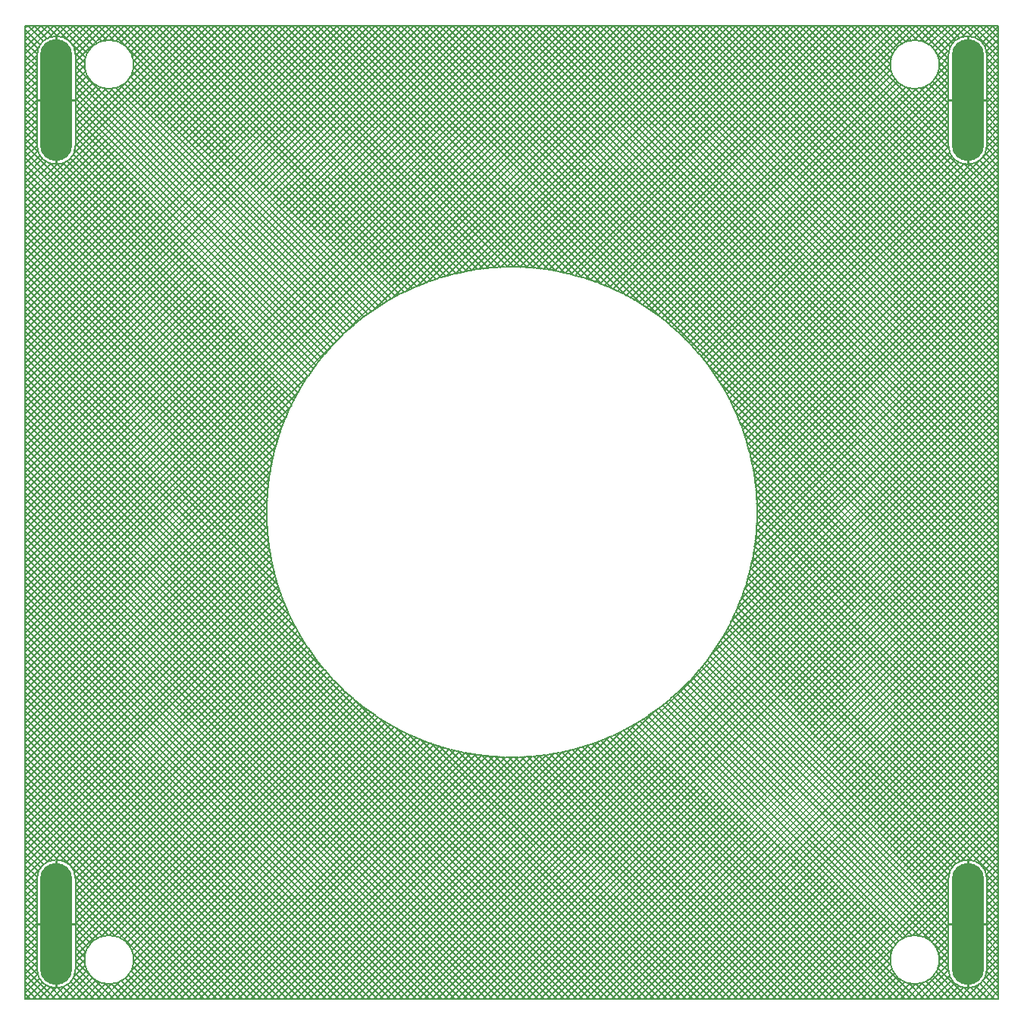
<source format=gtl>
G04*
G04 #@! TF.GenerationSoftware,Altium Limited,Altium Designer,25.7.1 (20)*
G04*
G04 Layer_Physical_Order=1*
G04 Layer_Color=255*
%FSLAX44Y44*%
%MOMM*%
G71*
G04*
G04 #@! TF.SameCoordinates,A8FB585E-9788-47CE-A5C5-86C31FD2FAB8*
G04*
G04*
G04 #@! TF.FilePolarity,Positive*
G04*
G01*
G75*
%ADD12C,0.2032*%
%ADD13C,0.2540*%
%ADD14O,3.6000X13.6000*%
D12*
X530556Y510000D02*
G03*
X487444Y510000I-21556J0D01*
G01*
Y410000D02*
G03*
X530556Y410000I21556J0D01*
G01*
X477286Y500000D02*
G03*
X477286Y500000I-27286J0D01*
G01*
X530556Y-410000D02*
G03*
X487444Y-410000I-21556J0D01*
G01*
Y-510000D02*
G03*
X530556Y-510000I21556J0D01*
G01*
X477286Y-500000D02*
G03*
X477286Y-500000I-27286J0D01*
G01*
X-422714Y500000D02*
G03*
X-422714Y500000I-27286J0D01*
G01*
X-487444Y510000D02*
G03*
X-530556Y510000I-21556J0D01*
G01*
Y410000D02*
G03*
X-487444Y410000I21556J0D01*
G01*
Y-410000D02*
G03*
X-530556Y-410000I-21556J0D01*
G01*
X-422714Y-500000D02*
G03*
X-422714Y-500000I-27286J0D01*
G01*
X-530556Y-510000D02*
G03*
X-487444Y-510000I21556J0D01*
G01*
X515283Y543607D02*
X543607Y515283D01*
X522467Y543607D02*
X543607Y522467D01*
X508099Y543607D02*
X543607Y508099D01*
X342862Y543607D02*
X543607Y342862D01*
X335678Y543607D02*
X543607Y335678D01*
X528078Y520035D02*
X543607Y535564D01*
X525144Y524285D02*
X543607Y542748D01*
X328494Y543607D02*
X543607Y328494D01*
X321309Y543607D02*
X543607Y321309D01*
X314125Y543607D02*
X543607Y314125D01*
X510788Y531482D02*
X522913Y543607D01*
X500915D02*
X513425Y531097D01*
X502753Y530631D02*
X515729Y543607D01*
X493731D02*
X505993Y531345D01*
X475259Y510321D02*
X508545Y543607D01*
X529652D02*
X543607Y529652D01*
X536836Y543607D02*
X543607Y536836D01*
X525144Y524285D02*
X543607Y542748D01*
X516645Y530155D02*
X530098Y543607D01*
X521345Y527671D02*
X537282Y543607D01*
X235099D02*
X543607Y235099D01*
X242283Y543607D02*
X543607Y242283D01*
X227915Y543607D02*
X543607Y227915D01*
X220730Y543607D02*
X543607Y220730D01*
X213546Y543607D02*
X543607Y213546D01*
X199178Y543607D02*
X543607Y199178D01*
X206362Y543607D02*
X543607Y206362D01*
X191994Y543607D02*
X543607Y191994D01*
X184809Y543607D02*
X543607Y184809D01*
X177625Y543607D02*
X543607Y177625D01*
X299757Y543607D02*
X543607Y299757D01*
X306941Y543607D02*
X543607Y306941D01*
X292573Y543607D02*
X543607Y292572D01*
X285388Y543607D02*
X543607Y285388D01*
X278204Y543607D02*
X543607Y278204D01*
X271020Y543607D02*
X543607Y271020D01*
X263836Y543607D02*
X543607Y263836D01*
X256651Y543607D02*
X543607Y256651D01*
X249467Y543607D02*
X543607Y249467D01*
X91415Y543607D02*
X543607Y91415D01*
X98599Y543607D02*
X543607Y98599D01*
X84230Y543607D02*
X543607Y84230D01*
X77046Y543607D02*
X543607Y77046D01*
X69862Y543607D02*
X543607Y69862D01*
X55494Y543607D02*
X543607Y55493D01*
X62678Y543607D02*
X543607Y62678D01*
X48309Y543607D02*
X543607Y48309D01*
X41125Y543607D02*
X543607Y41125D01*
X33941Y543607D02*
X543607Y33941D01*
X163257Y543607D02*
X543607Y163257D01*
X170441Y543607D02*
X543607Y170441D01*
X156073Y543607D02*
X543607Y156073D01*
X148888Y543607D02*
X543607Y148888D01*
X141704Y543607D02*
X543607Y141704D01*
X127336Y543607D02*
X543607Y127336D01*
X134520Y543607D02*
X543607Y134520D01*
X120152Y543607D02*
X543607Y120151D01*
X112967Y543607D02*
X543607Y112967D01*
X105783Y543607D02*
X543607Y105783D01*
X-45085Y543607D02*
X543607Y-45086D01*
X-37901Y543607D02*
X543607Y-37901D01*
X-52270Y543607D02*
X543607Y-52270D01*
X-59454Y543607D02*
X543607Y-59454D01*
X-66638Y543607D02*
X543607Y-66638D01*
X-81006Y543607D02*
X543607Y-81006D01*
X-73822Y543607D02*
X543607Y-73822D01*
X-88191Y543607D02*
X543607Y-88191D01*
X-95375Y543607D02*
X543607Y-95375D01*
X-102559Y543607D02*
X543607Y-102559D01*
X19572Y543607D02*
X543607Y19572D01*
X26757Y543607D02*
X543607Y26757D01*
X12388Y543607D02*
X543607Y12388D01*
X5204Y543607D02*
X543607Y5204D01*
X-1980Y543607D02*
X543607Y-1980D01*
X-9164Y543607D02*
X543607Y-9164D01*
X-16349Y543607D02*
X543607Y-16349D01*
X-23533Y543607D02*
X543607Y-23533D01*
X-30717Y543607D02*
X543607Y-30717D01*
X530556Y478045D02*
X543607Y464994D01*
X530556Y465039D02*
X543607Y478091D01*
X530556Y457855D02*
X543607Y470906D01*
X530556Y472224D02*
X543607Y485275D01*
X530556Y485229D02*
X543607Y472178D01*
X530556Y443487D02*
X543607Y456538D01*
X530556Y463676D02*
X543607Y450625D01*
X530556Y456492D02*
X543607Y443441D01*
X530556Y470861D02*
X543607Y457809D01*
X530556Y450671D02*
X543607Y463722D01*
X530556Y500960D02*
X543607Y514012D01*
X530556Y508145D02*
X543607Y521196D01*
X530556Y493776D02*
X543607Y506828D01*
X530017Y514790D02*
X543607Y528380D01*
X530097Y514425D02*
X543607Y500915D01*
X530556Y479408D02*
X543607Y492459D01*
X530556Y499598D02*
X543607Y486546D01*
X530556Y492413D02*
X543607Y479362D01*
X530556Y506782D02*
X543607Y493731D01*
X530556Y486592D02*
X543607Y499643D01*
X530556Y420571D02*
X543607Y407520D01*
X530556Y427756D02*
X543607Y414704D01*
X530556Y413387D02*
X543607Y400336D01*
X530400Y407409D02*
X543607Y420617D01*
X530268Y406490D02*
X543607Y393152D01*
X525843Y396547D02*
X543607Y378783D01*
X528583Y400991D02*
X543607Y385967D01*
X522227Y392979D02*
X543607Y371599D01*
X517731Y390291D02*
X543607Y364415D01*
X512161Y388677D02*
X543607Y357230D01*
X530556Y449308D02*
X543607Y436257D01*
X530556Y436302D02*
X543607Y449354D01*
X530556Y429118D02*
X543607Y442169D01*
X530556Y410000D02*
Y510000D01*
Y434940D02*
X543607Y421888D01*
X530556Y414750D02*
X543607Y427801D01*
X530556Y442124D02*
X543607Y429073D01*
X530556Y421934D02*
X543607Y434985D01*
X504795Y388858D02*
X543607Y350046D01*
X259672Y86392D02*
X543607Y370327D01*
X261436Y80972D02*
X543607Y363143D01*
X255948Y97036D02*
X543607Y384696D01*
X257810Y91714D02*
X543607Y377512D01*
X267390Y58189D02*
X543607Y334406D01*
X266055Y64038D02*
X543607Y341591D01*
X268672Y52287D02*
X543607Y327222D01*
X263043Y75394D02*
X543607Y355959D01*
X264649Y69817D02*
X543607Y348775D01*
X247304Y117129D02*
X543607Y413433D01*
X251766Y107223D02*
X543607Y399064D01*
X253870Y102143D02*
X543607Y391880D01*
X244969Y121979D02*
X511591Y388600D01*
X249639Y112280D02*
X543607Y406249D01*
X272795Y-22617D02*
X543607Y248196D01*
X273222Y-15005D02*
X543607Y255380D01*
X271908Y-30688D02*
X543607Y241012D01*
X270960Y-38820D02*
X543607Y233827D01*
X269489Y-47475D02*
X543607Y226643D01*
X265688Y-65645D02*
X543607Y212275D01*
X267813Y-56336D02*
X543607Y219459D01*
X263010Y-75507D02*
X543607Y205091D01*
X259868Y-85833D02*
X543607Y197906D01*
X256001Y-96884D02*
X543607Y190722D01*
X272303Y27181D02*
X543607Y298485D01*
X271575Y33637D02*
X543607Y305669D01*
X272908Y20602D02*
X543607Y291301D01*
X269715Y46146D02*
X543607Y320038D01*
X270758Y40005D02*
X543607Y312854D01*
X273634Y-225D02*
X543607Y269748D01*
X273634Y-7409D02*
X543607Y262564D01*
X273290Y13800D02*
X543607Y284117D01*
X273634Y6959D02*
X543607Y276933D01*
X465701Y522316D02*
X486992Y543607D01*
X461119Y524918D02*
X479808Y543607D01*
X464994D02*
X489472Y519129D01*
X455700Y526684D02*
X472624Y543607D01*
X457809D02*
X487757Y513660D01*
X486546Y543607D02*
X500391Y529762D01*
X479362Y543607D02*
X495872Y527097D01*
X472777Y515024D02*
X501361Y543607D01*
X472178D02*
X492235Y523550D01*
X469577Y519007D02*
X494177Y543607D01*
X421888D02*
X440078Y525418D01*
X414704Y543607D02*
X435314Y522997D01*
X407520Y543607D02*
X431278Y519850D01*
X400336Y543607D02*
X427917Y516026D01*
X393152Y543607D02*
X425257Y511502D01*
X449104Y527271D02*
X465440Y543607D01*
X440059Y525410D02*
X458256Y543607D01*
X443441D02*
X463128Y523920D01*
X436257Y543607D02*
X452713Y527151D01*
X429073Y543607D02*
X445730Y526950D01*
X476870Y504748D02*
X488369Y516247D01*
X364415Y543607D02*
X487444Y420578D01*
Y410000D02*
Y510000D01*
X357230Y543607D02*
X487444Y413394D01*
X350046Y543607D02*
X487858Y405796D01*
X477151Y502713D02*
X487444Y492420D01*
X477205Y497899D02*
X487444Y508138D01*
X476950Y495730D02*
X487444Y485236D01*
X474520Y488030D02*
X487444Y500954D01*
X190326Y196651D02*
X487444Y493769D01*
X450625Y543607D02*
X487444Y506788D01*
X385967Y543607D02*
X423418Y506157D01*
X378783Y543607D02*
X422716Y499674D01*
X371599Y543607D02*
X424260Y490946D01*
X473920Y513128D02*
X487444Y499604D01*
X154739Y225723D02*
X423316Y494300D01*
X146048Y231400D02*
X424590Y509941D01*
X150460Y228627D02*
X422729Y500896D01*
X35181Y271401D02*
X307387Y543607D01*
X28724Y272129D02*
X300203Y543607D01*
X41473Y270509D02*
X314571Y543607D01*
X15426Y273199D02*
X285834Y543607D01*
X22228Y272817D02*
X293019Y543607D01*
X65436Y265735D02*
X343308Y543607D01*
X59587Y267071D02*
X336124Y543607D01*
X71150Y264265D02*
X350492Y543607D01*
X47614Y269466D02*
X321755Y543607D01*
X53738Y268405D02*
X328940Y543607D01*
X-28753Y272126D02*
X242729Y543607D01*
X-36849Y271213D02*
X235545Y543607D01*
X-45406Y269841D02*
X228361Y543607D01*
X-54110Y268321D02*
X221176Y543607D01*
X-63419Y266196D02*
X213992Y543607D01*
X1493Y273634D02*
X271466Y543607D01*
X-5692Y273634D02*
X264282Y543607D01*
X8624Y273581D02*
X278650Y543607D01*
X-13185Y273325D02*
X257098Y543607D01*
X-20797Y272897D02*
X249913Y543607D01*
X113440Y249081D02*
X407966Y543607D01*
X108437Y251263D02*
X400782Y543607D01*
X118289Y246746D02*
X415150Y543607D01*
X98277Y255471D02*
X386413Y543607D01*
X103357Y253367D02*
X393598Y543607D01*
X137133Y236854D02*
X443887Y543607D01*
X132506Y239411D02*
X436703Y543607D01*
X141636Y234172D02*
X451071Y543607D01*
X123138Y244411D02*
X422335Y543607D01*
X127879Y241968D02*
X429519Y543607D01*
X-73094Y263705D02*
X206808Y543607D01*
X-83215Y260768D02*
X199624Y543607D01*
X-94242Y256925D02*
X192440Y543607D01*
X-106135Y252216D02*
X185256Y543607D01*
X-119256Y246280D02*
X178071Y543607D01*
X87665Y259227D02*
X372045Y543607D01*
X92987Y257365D02*
X379229Y543607D01*
X76728Y262658D02*
X357677Y543607D01*
X82305Y261052D02*
X364861Y543607D01*
X220472Y162139D02*
X487444Y429112D01*
X217405Y166257D02*
X487444Y436296D01*
X223454Y157937D02*
X487444Y421927D01*
X211031Y174251D02*
X487444Y450664D01*
X214218Y170254D02*
X487444Y443480D01*
X234835Y140581D02*
X491570Y397317D01*
X232062Y144993D02*
X489008Y401939D01*
X237465Y136027D02*
X495025Y393588D01*
X226436Y153735D02*
X487444Y414743D01*
X229290Y149405D02*
X487569Y407684D01*
X472997Y485314D02*
X487444Y470868D01*
X475418Y490078D02*
X487444Y478052D01*
X469850Y481278D02*
X487444Y463683D01*
X466026Y477917D02*
X487444Y456499D01*
X461502Y475257D02*
X487444Y449315D01*
X449674Y472716D02*
X487444Y434946D01*
X456157Y473418D02*
X487444Y442131D01*
X440946Y474260D02*
X487444Y427762D01*
X218822Y164465D02*
X227508Y152223D01*
X227699Y151937D02*
X235686Y139227D01*
X271073Y38095D02*
X272754Y23179D01*
X268510Y53235D02*
X271025Y38436D01*
X272782Y22836D02*
X273624Y7849D01*
X240022Y131400D02*
X499348Y390726D01*
X242579Y126773D02*
X504686Y388880D01*
X273634Y-7505D02*
Y-0D01*
Y7505D01*
X272782Y-22836D02*
X273624Y-7849D01*
X271073Y-38095D02*
X272754Y-23179D01*
X268510Y-53235D02*
X271025Y-38436D01*
X255800Y97460D02*
X260757Y83291D01*
X249932Y111649D02*
X255677Y97781D01*
X260862Y82963D02*
X265017Y68540D01*
X235860Y138931D02*
X243121Y125793D01*
X243279Y125487D02*
X249792Y111963D01*
X265103Y68206D02*
X268443Y53572D01*
X265103Y-68206D02*
X268443Y-53572D01*
X260862Y-82964D02*
X265017Y-68540D01*
X255800Y-97460D02*
X260757Y-83291D01*
X68540Y265017D02*
X82963Y260862D01*
X53572Y268443D02*
X68206Y265103D01*
X158942Y222741D02*
X425082Y488881D01*
X23179Y272754D02*
X38095Y271073D01*
X38436Y271025D02*
X53235Y268510D01*
X125793Y243121D02*
X138931Y235860D01*
X111963Y249792D02*
X125487Y243279D01*
X139227Y235686D02*
X151937Y227699D01*
X83291Y260757D02*
X97460Y255800D01*
X97781Y255677D02*
X111649Y249932D01*
X-7505Y273634D02*
X7505D01*
X-22836Y272782D02*
X-7849Y273624D01*
X7849D02*
X22836Y272782D01*
X-38095Y271073D02*
X-23179Y272754D01*
X-53235Y268510D02*
X-38436Y271025D01*
X-68206Y265103D02*
X-53572Y268443D01*
X-82964Y260862D02*
X-68540Y265017D01*
X-97460Y255800D02*
X-83291Y260757D01*
X-111649Y249932D02*
X-97781Y255677D01*
X193918Y193059D02*
X487444Y486585D01*
X193918Y193059D02*
X487444Y486585D01*
X197510Y189467D02*
X487444Y479401D01*
X175206Y210268D02*
X439679Y474741D01*
X186659Y200169D02*
X461970Y475480D01*
X204370Y181958D02*
X487444Y465033D01*
X200979Y185752D02*
X487444Y472217D01*
X207760Y178164D02*
X487444Y457848D01*
X179071Y206949D02*
X445252Y473130D01*
X182865Y203559D02*
X452101Y472795D01*
X171209Y213456D02*
X434976Y477223D01*
X167213Y216643D02*
X430993Y480423D01*
X164740Y218615D02*
X176476Y209256D01*
X163144Y219759D02*
X427684Y484299D01*
X152223Y227508D02*
X164465Y218822D01*
X199032Y187931D02*
X209034Y176739D01*
X209256Y176476D02*
X218615Y164740D01*
X176739Y209034D02*
X187931Y199032D01*
X188181Y198795D02*
X198795Y188181D01*
X271660Y32889D02*
X543607Y-239059D01*
X270560Y41172D02*
X543607Y-231875D01*
X272572Y24792D02*
X543607Y-246243D01*
X267235Y58866D02*
X543607Y-217507D01*
X269090Y49827D02*
X543607Y-224691D01*
X273634Y2177D02*
X543607Y-267796D01*
X273534Y9462D02*
X543607Y-260612D01*
X273634Y-5007D02*
X543607Y-274980D01*
X273106Y17074D02*
X543607Y-253428D01*
X273394Y-11951D02*
X543607Y-282164D01*
X244684Y-122569D02*
X543607Y176354D01*
X251002Y-109067D02*
X543607Y183538D01*
X242761Y126446D02*
X543607Y-174401D01*
X236297Y-138141D02*
X543607Y169170D01*
X233187Y143203D02*
X543607Y-167217D01*
X262220Y78249D02*
X543607Y-203138D01*
X258817Y88836D02*
X543607Y-195954D01*
X265110Y68175D02*
X543607Y-210322D01*
X249544Y112478D02*
X543607Y-181586D01*
X254701Y100136D02*
X543607Y-188770D01*
X261872Y-79456D02*
X543607Y-361191D01*
X263479Y-73878D02*
X543607Y-354007D01*
X543607Y543607D02*
X543607Y-543607D01*
X260178Y-84946D02*
X543607Y-368375D01*
X258316Y-90268D02*
X543607Y-375559D01*
X254442Y-100762D02*
X543607Y-389928D01*
X256454Y-95590D02*
X543607Y-382743D01*
X252338Y-105842D02*
X543607Y-397112D01*
X250234Y-110922D02*
X543607Y-404296D01*
X247939Y-115812D02*
X543607Y-411480D01*
X272500Y-25426D02*
X543607Y-296533D01*
X273012Y-18753D02*
X543607Y-289349D01*
X271773Y-31883D02*
X543607Y-303717D01*
X271021Y-38315D02*
X543607Y-310901D01*
X269998Y-44477D02*
X543607Y-318085D01*
X268955Y-50618D02*
X543607Y-325270D01*
X267752Y-56599D02*
X543607Y-332454D01*
X266417Y-62448D02*
X543607Y-339638D01*
X265069Y-68284D02*
X543607Y-346822D01*
X217751Y165824D02*
X543607Y-160033D01*
X-109743Y543607D02*
X543607Y-109743D01*
X-47038Y-543607D02*
X543607Y47038D01*
X-116927Y543607D02*
X543607Y-116928D01*
X-124112Y543607D02*
X543607Y-124112D01*
X-18301Y-543607D02*
X543607Y18301D01*
X-25485Y-543607D02*
X543607Y25485D01*
X-11117Y-543607D02*
X543607Y11117D01*
X-39854Y-543607D02*
X543607Y39854D01*
X-32669Y-543607D02*
X543607Y32669D01*
X-97327Y-543607D02*
X543607Y97327D01*
X222889Y-158733D02*
X543607Y161985D01*
X-90143Y-543607D02*
X543607Y90143D01*
X-111696Y-543607D02*
X543607Y111696D01*
X-104512Y-543607D02*
X543607Y104512D01*
X-61406Y-543607D02*
X543607Y61406D01*
X-68590Y-543607D02*
X543607Y68590D01*
X-54222Y-543607D02*
X543607Y54222D01*
X-82959Y-543607D02*
X543607Y82959D01*
X-75775Y-543607D02*
X543607Y75775D01*
X75094Y-543607D02*
X543607Y-75094D01*
X67909Y-543607D02*
X543607Y-67909D01*
X82278Y-543607D02*
X543607Y-82278D01*
X53541Y-543607D02*
X543607Y-53541D01*
X60725Y-543607D02*
X543607Y-60725D01*
X111015Y-543607D02*
X543607Y-111015D01*
X103831Y-543607D02*
X543607Y-103830D01*
X118199Y-543607D02*
X543607Y-118199D01*
X89462Y-543607D02*
X543607Y-89462D01*
X96646Y-543607D02*
X543607Y-96646D01*
X10436Y-543607D02*
X543607Y-10436D01*
X3252Y-543607D02*
X543607Y-3252D01*
X17620Y-543607D02*
X543607Y-17620D01*
X-118880Y-543607D02*
X543607Y118880D01*
X-3933Y-543607D02*
X543607Y3933D01*
X39173Y-543607D02*
X543607Y-39173D01*
X46357Y-543607D02*
X543607Y-46357D01*
X24804Y-543607D02*
X543607Y-24804D01*
X31988Y-543607D02*
X543607Y-31988D01*
X530556Y-434350D02*
X543607Y-447401D01*
X530556Y-447356D02*
X543607Y-434304D01*
X530556Y-454540D02*
X543607Y-441488D01*
X530556Y-440171D02*
X543607Y-427120D01*
X530556Y-427166D02*
X543607Y-440217D01*
X530556Y-468908D02*
X543607Y-455857D01*
X530556Y-448718D02*
X543607Y-461770D01*
X530556Y-455903D02*
X543607Y-468954D01*
X530556Y-441534D02*
X543607Y-454586D01*
X530556Y-461724D02*
X543607Y-448673D01*
X530556Y-411435D02*
X543607Y-398383D01*
X529937Y-404870D02*
X543607Y-391199D01*
X529976Y-405033D02*
X543607Y-418665D01*
X524944Y-395494D02*
X543607Y-376831D01*
X527931Y-399691D02*
X543607Y-384015D01*
X530556Y-432987D02*
X543607Y-419936D01*
X530556Y-412797D02*
X543607Y-425849D01*
X530556Y-419982D02*
X543607Y-433033D01*
X530556Y-418619D02*
X543607Y-405567D01*
X530556Y-425803D02*
X543607Y-412752D01*
X530556Y-499008D02*
X543607Y-512059D01*
X530556Y-491824D02*
X543607Y-504875D01*
X530556Y-506192D02*
X543607Y-519244D01*
X530452Y-512118D02*
X543607Y-498962D01*
X530325Y-513146D02*
X543607Y-526428D01*
X534883Y-543607D02*
X543607Y-534883D01*
X528714Y-518719D02*
X543607Y-533612D01*
X542067Y-543607D02*
X543607Y-542067D01*
X526028Y-523217D02*
X543607Y-540796D01*
X527699Y-543607D02*
X543607Y-527699D01*
X530556Y-470271D02*
X543607Y-483322D01*
X530556Y-483277D02*
X543607Y-470225D01*
X530556Y-490461D02*
X543607Y-477410D01*
X530556Y-476092D02*
X543607Y-463041D01*
X530556Y-463087D02*
X543607Y-476138D01*
X530556Y-484640D02*
X543607Y-497691D01*
X530556Y-504829D02*
X543607Y-491778D01*
X530556Y-477455D02*
X543607Y-490507D01*
X530556Y-497645D02*
X543607Y-484594D01*
X218778Y-543607D02*
X543607Y-218778D01*
X211594Y-543607D02*
X543607Y-211594D01*
X225962Y-543607D02*
X543607Y-225962D01*
X125383Y-543607D02*
X543607Y-125383D01*
X204410Y-543607D02*
X543607Y-204410D01*
X521096Y-392158D02*
X543607Y-369646D01*
X516338Y-389731D02*
X543607Y-362462D01*
X247515Y-543607D02*
X543607Y-247515D01*
X233146Y-543607D02*
X543607Y-233146D01*
X240331Y-543607D02*
X543607Y-240331D01*
X175673Y-543607D02*
X543607Y-175673D01*
X168489Y-543607D02*
X543607Y-168488D01*
X182857Y-543607D02*
X543607Y-182857D01*
X154120Y-543607D02*
X543607Y-154120D01*
X161304Y-543607D02*
X543607Y-161304D01*
X510396Y-388489D02*
X543607Y-355278D01*
X502135Y-389566D02*
X543607Y-348094D01*
X190041Y-543607D02*
X543607Y-190041D01*
X197225Y-543607D02*
X543607Y-197225D01*
X254699Y-543607D02*
X543607Y-254699D01*
X146936Y-543607D02*
X543607Y-146936D01*
X326541Y-543607D02*
X543607Y-326541D01*
X132567Y-543607D02*
X543607Y-132567D01*
X139752Y-543607D02*
X543607Y-139752D01*
X513331Y-543607D02*
X543607Y-513331D01*
X506147Y-543607D02*
X543607Y-506146D01*
X520515Y-543607D02*
X543607Y-520515D01*
X333725Y-543607D02*
X543607Y-333725D01*
X340910Y-543607D02*
X543607Y-340910D01*
X283436Y-543607D02*
X543607Y-283436D01*
X276252Y-543607D02*
X543607Y-276252D01*
X290620Y-543607D02*
X543607Y-290620D01*
X261883Y-543607D02*
X543607Y-261883D01*
X269067Y-543607D02*
X543607Y-269067D01*
X312173Y-543607D02*
X543607Y-312173D01*
X319357Y-543607D02*
X543607Y-319357D01*
X297804Y-543607D02*
X543607Y-297804D01*
X304988Y-543607D02*
X543607Y-304988D01*
X243265Y-125506D02*
X506364Y-388606D01*
X249932Y-111649D02*
X255677Y-97781D01*
X245604Y-120661D02*
X513967Y-389024D01*
X240717Y-130143D02*
X500686Y-390112D01*
X238160Y-134770D02*
X496112Y-392721D01*
X235588Y-139382D02*
X492425Y-396219D01*
X232816Y-143794D02*
X489608Y-400586D01*
X230044Y-148206D02*
X487821Y-405984D01*
X227246Y-152593D02*
X487444Y-412791D01*
X224264Y-156795D02*
X487444Y-419975D01*
X243279Y-125487D02*
X249792Y-111963D01*
X235860Y-138931D02*
X243121Y-125793D01*
X227699Y-151937D02*
X235686Y-139227D01*
X218822Y-164465D02*
X227508Y-152223D01*
X209256Y-176476D02*
X218615Y-164740D01*
X199032Y-187931D02*
X209034Y-176739D01*
X188181Y-198795D02*
X198795Y-188181D01*
X176739Y-209034D02*
X187931Y-199032D01*
X164740Y-218615D02*
X176476Y-209256D01*
X152223Y-227508D02*
X164465Y-218822D01*
X218272Y-165171D02*
X487444Y-434343D01*
X221282Y-160997D02*
X487444Y-427159D01*
X215084Y-169168D02*
X487444Y-441527D01*
X211897Y-173165D02*
X487444Y-448712D01*
X208681Y-177133D02*
X487444Y-455896D01*
X201901Y-184721D02*
X487444Y-470264D01*
X205291Y-180927D02*
X487444Y-463080D01*
X198486Y-188491D02*
X487444Y-477449D01*
X194894Y-192083D02*
X487444Y-484633D01*
X191302Y-195675D02*
X487444Y-491817D01*
X183897Y-202637D02*
X454318Y-473058D01*
X180103Y-206028D02*
X446959Y-472884D01*
X187691Y-199247D02*
X467555Y-479112D01*
X176293Y-209402D02*
X441098Y-474207D01*
X172296Y-212589D02*
X436180Y-476473D01*
X168299Y-215777D02*
X432009Y-479486D01*
X164287Y-218948D02*
X428517Y-483178D01*
X160085Y-221930D02*
X425715Y-487560D01*
X155882Y-224912D02*
X423700Y-492730D01*
X151660Y-227874D02*
X422734Y-498948D01*
X139227Y-235686D02*
X151937Y-227699D01*
X147248Y-230646D02*
X423637Y-507035D01*
X125793Y-243121D02*
X138931Y-235860D01*
X111963Y-249792D02*
X125487Y-243279D01*
X-70350Y-264496D02*
X208762Y-543607D01*
X-80441Y-261588D02*
X201577Y-543607D01*
X-60888Y-266774D02*
X215946Y-543607D01*
X-102800Y-253598D02*
X187209Y-543607D01*
X-91237Y-257977D02*
X194393Y-543607D01*
X97781Y-255677D02*
X111649Y-249933D01*
X83291Y-260757D02*
X97460Y-255800D01*
X-82964Y-260862D02*
X-68540Y-265017D01*
X-111649Y-249933D02*
X-97781Y-255677D01*
X-97460Y-255800D02*
X-83291Y-260757D01*
X68540Y-265017D02*
X82963Y-260862D01*
X53572Y-268443D02*
X68206Y-265103D01*
X38436Y-271025D02*
X53235Y-268510D01*
X-68206Y-265103D02*
X-53572Y-268443D01*
X-53235Y-268510D02*
X-38436Y-271025D01*
X138392Y-236158D02*
X445841Y-543607D01*
X133765Y-238715D02*
X438657Y-543607D01*
X142836Y-233418D02*
X453025Y-543607D01*
X124456Y-243776D02*
X424288Y-543607D01*
X129138Y-241273D02*
X431472Y-543607D01*
X114758Y-248446D02*
X409920Y-543607D01*
X109819Y-250691D02*
X402735Y-543607D01*
X119607Y-246111D02*
X417104Y-543607D01*
X99659Y-254899D02*
X388367Y-543607D01*
X104739Y-252795D02*
X395551Y-543607D01*
X89112Y-258721D02*
X373999Y-543607D01*
X83790Y-260583D02*
X366814Y-543607D01*
X94434Y-256858D02*
X381183Y-543607D01*
X-115488Y-248095D02*
X180025Y-543607D01*
X78244Y-262221D02*
X359630Y-543607D01*
X67027Y-265372D02*
X345262Y-543607D01*
X72667Y-263828D02*
X352446Y-543607D01*
X55328Y-268043D02*
X330893Y-543607D01*
X61178Y-266707D02*
X338078Y-543607D01*
X530556Y-510000D02*
Y-410000D01*
X487444Y-510000D02*
Y-410000D01*
X475569Y-509527D02*
X487444Y-497652D01*
X477116Y-503041D02*
X487761Y-513686D01*
X468877Y-480298D02*
X487444Y-461731D01*
X464869Y-477121D02*
X487444Y-454547D01*
X472210Y-484149D02*
X487444Y-468915D01*
X454529Y-473093D02*
X487444Y-440178D01*
X460139Y-474668D02*
X487444Y-447362D01*
X477279Y-500633D02*
X487444Y-490468D01*
X476638Y-494089D02*
X487444Y-483283D01*
X476942Y-495682D02*
X487444Y-506184D01*
X474838Y-488705D02*
X487444Y-476099D01*
X470888Y-482445D02*
X487444Y-499000D01*
X475793Y-508902D02*
X510499Y-543607D01*
X484594D02*
X499069Y-529132D01*
X522462Y-526835D02*
X539234Y-543607D01*
X470514Y-517991D02*
X496130Y-543607D01*
X473527Y-513820D02*
X503314Y-543607D01*
X512525Y-531266D02*
X524867Y-543607D01*
X505314Y-531239D02*
X517683Y-543607D01*
X518021Y-529577D02*
X532051Y-543607D01*
X491778D02*
X504339Y-531046D01*
X498962Y-543607D02*
X511118Y-531452D01*
X466822Y-521483D02*
X488946Y-543607D01*
X463041D02*
X488889Y-517760D01*
X470225Y-543607D02*
X491395Y-522438D01*
X448673Y-543607D02*
X487444Y-504836D01*
X455857Y-543607D02*
X487531Y-511933D01*
X462440Y-524285D02*
X481762Y-543607D01*
X477410D02*
X494799Y-526217D01*
X451052Y-527266D02*
X467393Y-543607D01*
X457270Y-526300D02*
X474577Y-543607D01*
X30480Y-271931D02*
X302156Y-543607D01*
X24023Y-272659D02*
X294972Y-543607D01*
X36937Y-271203D02*
X309341Y-543607D01*
X10473Y-273477D02*
X280604Y-543607D01*
X17276Y-273095D02*
X287788Y-543607D01*
X437517Y-475737D02*
X487444Y-425810D01*
X447620Y-472818D02*
X487444Y-432994D01*
X-3738Y-273634D02*
X266235Y-543607D01*
X3446Y-273634D02*
X273420Y-543607D01*
X23179Y-272754D02*
X38095Y-271073D01*
X-22836Y-272783D02*
X-7849Y-273624D01*
X-26551Y-272374D02*
X244683Y-543607D01*
X-38095Y-271073D02*
X-23179Y-272754D01*
X-51707Y-268770D02*
X223130Y-543607D01*
X7849Y-273624D02*
X22836Y-272783D01*
X-7505Y-273634D02*
X7505D01*
X-18727Y-273013D02*
X251867Y-543607D01*
X-11115Y-273441D02*
X259051Y-543607D01*
X362462D02*
X487444Y-418625D01*
X405568Y-543607D02*
X430298Y-518877D01*
X412752Y-543607D02*
X434149Y-522210D01*
X348094Y-543607D02*
X488567Y-403135D01*
X355278Y-543607D02*
X487444Y-411441D01*
X441489Y-543607D02*
X459527Y-525569D01*
X434304Y-543607D02*
X450633Y-527279D01*
X442965Y-526364D02*
X460209Y-543607D01*
X419936D02*
X438705Y-524838D01*
X427120Y-543607D02*
X444089Y-526638D01*
X49284Y-269182D02*
X323709Y-543607D01*
X43143Y-270225D02*
X316525Y-543607D01*
X369646D02*
X425737Y-487517D01*
X-43052Y-270240D02*
X230314Y-543607D01*
X-34647Y-271462D02*
X237498Y-543607D01*
X391199D02*
X424668Y-510139D01*
X398383Y-543607D02*
X427121Y-514869D01*
X376831Y-543607D02*
X422818Y-497620D01*
X384015Y-543607D02*
X423093Y-504529D01*
X-224691Y543607D02*
X49827Y269090D01*
X-231875Y543607D02*
X41172Y270560D01*
X-217507Y543607D02*
X58866Y267235D01*
X-246243Y543607D02*
X24792Y272572D01*
X-239059Y543607D02*
X32889Y271660D01*
X-188770Y543607D02*
X100136Y254701D01*
X-195954Y543607D02*
X88836Y258817D01*
X-181585Y543607D02*
X112478Y249544D01*
X-210322Y543607D02*
X68175Y265110D01*
X-203138Y543607D02*
X78249Y262220D01*
X-289349Y543607D02*
X-18753Y273012D01*
X-296533Y543607D02*
X-25426Y272500D01*
X-303717Y543607D02*
X-31883Y271773D01*
X-310901Y543607D02*
X-38315Y271021D01*
X-418664Y543607D02*
X-120661Y245604D01*
X-260612Y543607D02*
X9462Y273534D01*
X-267796Y543607D02*
X2177Y273634D01*
X-253428Y543607D02*
X17074Y273106D01*
X-274980Y543607D02*
X-5007Y273634D01*
X-282164Y543607D02*
X-11951Y273394D01*
X-167217Y543607D02*
X143203Y233187D01*
X-174401Y543607D02*
X126446Y242761D01*
X-543607Y-113413D02*
X113413Y543607D01*
X-543607Y-99045D02*
X99045Y543607D01*
X-543607Y-106229D02*
X106229Y543607D01*
X-131296D02*
X543607Y-131296D01*
X-134302Y238419D02*
X170887Y543607D01*
X-138480D02*
X543607Y-138480D01*
X-152820Y227085D02*
X163703Y543607D01*
X-160033D02*
X165824Y217751D01*
X-425849Y543607D02*
X-125506Y243265D01*
X-433033Y543607D02*
X-130143Y240717D01*
X-440217Y543607D02*
X-134770Y238160D01*
X-447401Y543607D02*
X-139382Y235588D01*
X-454585Y543607D02*
X-143794Y232816D01*
X-543607Y-84676D02*
X84677Y543607D01*
X-543607Y-91861D02*
X91861Y543607D01*
X-543607Y-70308D02*
X70308Y543607D01*
X-543607Y-77492D02*
X77492Y543607D01*
X-543607Y159587D02*
X-159587Y543607D01*
X-543607Y166771D02*
X-166771Y543607D01*
X-543607Y152402D02*
X-152402Y543607D01*
X-543607Y181139D02*
X-181139Y543607D01*
X-543607Y173955D02*
X-173955Y543607D01*
X-543607Y130850D02*
X-130850Y543607D01*
X-543607Y138034D02*
X-138034Y543607D01*
X-543607Y123666D02*
X-123666Y543607D01*
X-543607D02*
X543607D01*
X-543607Y145218D02*
X-145218Y543607D01*
X-543607Y231429D02*
X-231429Y543607D01*
X-543607Y238613D02*
X-238613Y543607D01*
X-543607Y224245D02*
X-224245Y543607D01*
X-543607Y252981D02*
X-252981Y543607D01*
X-543607Y245797D02*
X-245797Y543607D01*
X-543607Y195508D02*
X-195508Y543607D01*
X-543607Y202692D02*
X-202692Y543607D01*
X-543607Y188324D02*
X-188324Y543607D01*
X-543607Y217060D02*
X-217060Y543607D01*
X-543607Y209876D02*
X-209876Y543607D01*
X-543607Y-41571D02*
X41571Y543607D01*
X-543607Y-34387D02*
X34387Y543607D01*
X-543607Y-48755D02*
X48755Y543607D01*
X-543607Y-20018D02*
X20019Y543607D01*
X-543607Y-27203D02*
X27203Y543607D01*
X-543607Y-127782D02*
X127782Y543607D01*
X-543607Y-120597D02*
X120597Y543607D01*
X-543607Y-134966D02*
X134966Y543607D01*
X-543607Y-55940D02*
X55940Y543607D01*
X-543607Y-63124D02*
X63124Y543607D01*
X-543607Y23087D02*
X-23087Y543607D01*
X-543607Y30271D02*
X-30271Y543607D01*
X-543607Y15903D02*
X-15903Y543607D01*
X-543607Y66192D02*
X-66192Y543607D01*
X-543607Y37455D02*
X-37455Y543607D01*
X-543607Y-5650D02*
X5650Y543607D01*
X-543607Y-12834D02*
X12834Y543607D01*
X-543607Y8718D02*
X-8718Y543607D01*
X-543607Y1534D02*
X-1534Y543607D01*
X-354007D02*
X-73878Y263479D01*
X-361191Y543607D02*
X-79456Y261872D01*
X-368375Y543607D02*
X-84946Y260178D01*
X-375559Y543607D02*
X-90268Y258316D01*
X-382743Y543607D02*
X-95590Y256454D01*
X-318085Y543607D02*
X-44477Y269998D01*
X-325270Y543607D02*
X-50618Y268955D01*
X-332454Y543607D02*
X-56599Y267752D01*
X-339638Y543607D02*
X-62448Y266417D01*
X-346822Y543607D02*
X-68284Y265069D01*
X-389928Y543607D02*
X-100762Y254442D01*
X-397112Y543607D02*
X-105842Y252338D01*
X-404296Y543607D02*
X-110922Y250234D01*
X-411480Y543607D02*
X-115812Y247939D01*
X-423179Y505017D02*
X-148206Y230044D01*
X-125487Y243279D02*
X-111963Y249792D01*
X-138931Y235860D02*
X-125793Y243121D01*
X-151937Y227699D02*
X-139227Y235686D01*
X-422830Y497484D02*
X-152593Y227246D01*
X-424062Y491531D02*
X-156795Y224264D01*
X-426261Y486546D02*
X-160997Y221282D01*
X-429218Y482319D02*
X-165171Y218272D01*
X-432856Y478773D02*
X-169168Y215084D01*
X-437181Y475913D02*
X-173165Y211897D01*
X-442281Y473829D02*
X-177133Y208681D01*
X-164465Y218822D02*
X-152223Y227508D01*
X-176476Y209256D02*
X-164740Y218615D01*
X-187931Y199032D02*
X-176739Y209034D01*
X-198795Y188181D02*
X-188181Y198795D01*
X-209034Y176739D02*
X-199032Y187931D01*
X-218615Y164740D02*
X-209256Y176476D01*
X-227508Y152223D02*
X-218822Y164465D01*
X-235686Y139227D02*
X-227699Y151937D01*
X-243121Y125793D02*
X-235860Y138931D01*
X-249792Y111963D02*
X-243279Y125487D01*
X-255677Y-97781D02*
X-249933Y-111649D01*
X-249792Y-111963D02*
X-243279Y-125487D01*
X-255677Y97781D02*
X-249933Y111649D01*
X-260757Y-83291D02*
X-255800Y-97460D01*
X-456263Y473442D02*
X-184721Y201901D01*
X-487444Y483071D02*
X-195675Y191302D01*
X-487444Y475888D02*
X-199247Y187691D01*
X-487444Y497439D02*
X-188491Y198486D01*
X-487444Y490255D02*
X-192083Y194894D01*
X-448397Y472761D02*
X-180927Y205291D01*
X-487444Y454335D02*
X-209402Y176293D01*
X-487444Y447151D02*
X-212589Y172296D01*
X-487444Y468704D02*
X-202637Y183897D01*
X-487444Y461520D02*
X-206028Y180103D01*
X-487444Y425598D02*
X-221930Y160085D01*
X-487444Y418414D02*
X-224912Y155882D01*
X-487444Y411230D02*
X-227874Y151660D01*
X-487444Y439967D02*
X-215777Y168299D01*
X-487444Y432783D02*
X-218948Y164287D01*
X-488104Y404706D02*
X-230646Y147248D01*
X-490141Y399559D02*
X-233418Y142836D01*
X-493153Y395387D02*
X-236158Y138392D01*
X-497026Y392075D02*
X-238715Y133765D01*
X-501813Y389678D02*
X-241273Y129138D01*
X-543607Y94929D02*
X-94929Y543607D01*
X-543607Y102113D02*
X-102113Y543607D01*
X-543607Y87745D02*
X-87745Y543607D01*
X-543607Y116482D02*
X-116482Y543607D01*
X-543607Y109297D02*
X-109297Y543607D01*
X-543607Y51824D02*
X-51824Y543607D01*
X-543607Y59008D02*
X-59008Y543607D01*
X-543607Y44639D02*
X-44639Y543607D01*
X-543607Y80560D02*
X-80560Y543607D01*
X-543607Y73376D02*
X-73376Y543607D01*
X-507797Y388478D02*
X-243776Y124456D01*
X-516177Y389674D02*
X-246111Y119607D01*
X-543607Y395551D02*
X-252795Y104739D01*
X-543607Y409920D02*
X-248446Y114758D01*
X-543607Y402735D02*
X-250691Y109819D01*
X-543607Y180025D02*
X-248095Y-115488D01*
X-543607Y172841D02*
X-240833Y-129934D01*
X-543607Y388367D02*
X-254899Y99659D01*
X-543607Y187209D02*
X-253598Y-102800D01*
X-448929Y527265D02*
X-432587Y543607D01*
X-461770D02*
X-444983Y526821D01*
X-457007Y526371D02*
X-439771Y543607D01*
X-468954D02*
X-452516Y527170D01*
X-476138Y543607D02*
X-458469Y525938D01*
X-429477Y517981D02*
X-403850Y543607D01*
X-433167Y521475D02*
X-411034Y543607D01*
X-426465Y513808D02*
X-396666Y543607D01*
X-442715Y526295D02*
X-425403Y543607D01*
X-437547Y524279D02*
X-418218Y543607D01*
X-497966Y528518D02*
X-482876Y543607D01*
X-502972Y530696D02*
X-490061Y543607D01*
X-493908Y525391D02*
X-475692Y543607D01*
X-509298Y531554D02*
X-497245Y543607D01*
X-504875D02*
X-474087Y512819D01*
X-483322Y543607D02*
X-463454Y523739D01*
X-490507Y543607D02*
X-467681Y520782D01*
X-488443Y516488D02*
X-461324Y543607D01*
X-490709Y521406D02*
X-468508Y543607D01*
X-497691D02*
X-471227Y517144D01*
X-422882Y503023D02*
X-382297Y543607D01*
X-424202Y508887D02*
X-389482Y543607D01*
X-423062Y495659D02*
X-375113Y543607D01*
X-487446Y510301D02*
X-454139Y543607D01*
X-487444Y503119D02*
X-446955Y543607D01*
X-429221Y482315D02*
X-367929Y543607D01*
X-487444Y416908D02*
X-360745Y543607D01*
X-487446Y409722D02*
X-353560Y543607D01*
X-489818Y400165D02*
X-346376Y543607D01*
X-487444Y495934D02*
X-476371Y507007D01*
X-487444Y504624D02*
X-476558Y493737D01*
X-487444Y410000D02*
Y510000D01*
X-487527Y511891D02*
X-477239Y501603D01*
X-487444Y474382D02*
X-474279Y487547D01*
X-487444Y467197D02*
X-471475Y483167D01*
X-487444Y488750D02*
X-477265Y498929D01*
X-487444Y481566D02*
X-476295Y492715D01*
X-526428Y543607D02*
X-513829Y531008D01*
X-533612Y543607D02*
X-519066Y529062D01*
X-540796Y543607D02*
X-523310Y526121D01*
X-543607Y525981D02*
X-525981Y543607D01*
X-543607Y518797D02*
X-518797Y543607D01*
X-518875Y529161D02*
X-504429Y543607D01*
X-519243D02*
X-507109Y531473D01*
X-512059Y543607D02*
X-476171Y507719D01*
X-543607Y511613D02*
X-511613Y543607D01*
X-543607Y539234D02*
X-526690Y522317D01*
X-543607Y532051D02*
X-529168Y517611D01*
X-543607Y524867D02*
X-530485Y511745D01*
X-543607Y540350D02*
X-540350Y543607D01*
X-543607Y533166D02*
X-533166Y543607D01*
X-543607Y497245D02*
X-530554Y510298D01*
X-543607Y510499D02*
X-530556Y497447D01*
X-543607Y503314D02*
X-530556Y490263D01*
X-543607Y517683D02*
X-530556Y504632D01*
X-543607Y504429D02*
X-528161Y519875D01*
X-543607Y303271D02*
X-303271Y543607D01*
X-543607Y310455D02*
X-310455Y543607D01*
X-543607Y296087D02*
X-296087Y543607D01*
X-543607Y324824D02*
X-324824Y543607D01*
X-543607Y317639D02*
X-317639Y543607D01*
X-543607Y267350D02*
X-267350Y543607D01*
X-543607Y274534D02*
X-274534Y543607D01*
X-543607Y260166D02*
X-260166Y543607D01*
X-543607Y288903D02*
X-288902Y543607D01*
X-543607Y281718D02*
X-281718Y543607D01*
X-543607Y339192D02*
X-339192Y543607D01*
X-530556Y410000D02*
Y510000D01*
X-543607Y332008D02*
X-332008Y543607D01*
X-543607Y490061D02*
X-530556Y503112D01*
X-543607Y496130D02*
X-530556Y483079D01*
X-543607Y475692D02*
X-530556Y488743D01*
X-543607Y481762D02*
X-530556Y468711D01*
X-543607Y482876D02*
X-530556Y495928D01*
X-543607Y488946D02*
X-530556Y475895D01*
X-543607Y345262D02*
X-265372Y67027D01*
X-543607Y338078D02*
X-266707Y61178D01*
X-543607Y330893D02*
X-268043Y55328D01*
X-543607Y359630D02*
X-262221Y78244D01*
X-543607Y352446D02*
X-263828Y72667D01*
X-260757Y83291D02*
X-255800Y97460D01*
X-265017Y68540D02*
X-260862Y82963D01*
X-268443Y53572D02*
X-265103Y68206D01*
X-543607Y323709D02*
X-269182Y49284D01*
X-543607Y316525D02*
X-270225Y43143D01*
X-487444Y445645D02*
X-458887Y474202D01*
X-487444Y452829D02*
X-463808Y476465D01*
X-487444Y431276D02*
X-445659Y473062D01*
X-487444Y460013D02*
X-467981Y479477D01*
X-487444Y424092D02*
X-432315Y479221D01*
X-487444Y438461D02*
X-453023Y472882D01*
X-543607Y201577D02*
X-261588Y-80441D01*
X-543607Y208762D02*
X-264496Y-70350D01*
X-543607Y194393D02*
X-257977Y-91237D01*
X-543607Y223130D02*
X-268770Y-51707D01*
X-543607Y215946D02*
X-266774Y-60888D01*
X-268443Y-53572D02*
X-265103Y-68206D01*
X-271025Y-38436D02*
X-268510Y-53235D01*
X-265017Y-68540D02*
X-260862Y-82964D01*
X-271025Y38436D02*
X-268510Y53235D01*
X-272754Y-23179D02*
X-271073Y-38095D01*
X-272754Y23179D02*
X-271073Y38095D01*
X-543607Y294972D02*
X-272659Y24023D01*
X-543607Y287788D02*
X-273095Y17276D01*
X-543607Y309341D02*
X-271203Y36937D01*
X-543607Y302156D02*
X-271931Y30480D01*
X-273624Y7849D02*
X-272783Y22836D01*
X-273624Y-7849D02*
X-272783Y-22836D01*
X-273634Y0D02*
Y7505D01*
Y-7505D02*
Y0D01*
X-543607Y425403D02*
X-530556Y438454D01*
X-543607Y438657D02*
X-530556Y425605D01*
X-543607Y431472D02*
X-530556Y418421D01*
X-543607Y445841D02*
X-530556Y432789D01*
X-543607Y432587D02*
X-530556Y445638D01*
X-543607Y403850D02*
X-530556Y416901D01*
X-543607Y411034D02*
X-530556Y424085D01*
X-543607Y417104D02*
X-529326Y402822D01*
X-543607Y418218D02*
X-530556Y431270D01*
X-543607Y424288D02*
X-530556Y411237D01*
X-543607Y467393D02*
X-530556Y454342D01*
X-543607Y461324D02*
X-530556Y474375D01*
X-543607Y454139D02*
X-530556Y467191D01*
X-543607Y468508D02*
X-530556Y481559D01*
X-543607Y474577D02*
X-530556Y461526D01*
X-543607Y453025D02*
X-530556Y439974D01*
X-543607Y439771D02*
X-530556Y452822D01*
X-543607Y460209D02*
X-530556Y447158D01*
X-543607Y446955D02*
X-530556Y460006D01*
X-543607Y366814D02*
X-260583Y83790D01*
X-543607Y280604D02*
X-273477Y10473D01*
X-543607Y266235D02*
X-273634Y-3738D01*
X-543607Y381183D02*
X-256858Y94434D01*
X-543607Y373999D02*
X-258721Y89112D01*
X-543607Y237498D02*
X-271462Y-34647D01*
X-543607Y244683D02*
X-272374Y-26551D01*
X-543607Y230314D02*
X-270240Y-43052D01*
X-543607Y259051D02*
X-273441Y-11115D01*
X-543607Y251867D02*
X-273013Y-18727D01*
X-543607Y375113D02*
X-524102Y394618D01*
X-543607Y382297D02*
X-527299Y398606D01*
X-543607Y367929D02*
X-520047Y391490D01*
X-543607Y396666D02*
X-530554Y409719D01*
X-543607Y389482D02*
X-529561Y403527D01*
X-543607Y353560D02*
X-508722Y388446D01*
X-543607Y273420D02*
X-273634Y3446D01*
X-543607Y360745D02*
X-515043Y389309D01*
X-543607Y346376D02*
X-499165Y390818D01*
X-152849Y543607D02*
X543607Y-152849D01*
X-145664Y543607D02*
X543607Y-145664D01*
X-218615Y-164740D02*
X-209256Y-176476D01*
X-227508Y-152223D02*
X-218822Y-164465D01*
X-543607Y-28317D02*
X-28317Y-543607D01*
X-209034Y-176739D02*
X-199032Y-187931D01*
X-487444Y-452382D02*
X-210268Y-175206D01*
X-487444Y-459566D02*
X-206950Y-179071D01*
X-487444Y-438013D02*
X-216643Y-167213D01*
X-487444Y-445197D02*
X-213456Y-171209D01*
X-235686Y-139227D02*
X-227699Y-151937D01*
X-243121Y-125793D02*
X-235860Y-138931D01*
X-490872Y-398336D02*
X-234172Y-141636D01*
X-498231Y-391327D02*
X-239411Y-132506D01*
X-494122Y-394402D02*
X-236854Y-137133D01*
X-487444Y-423645D02*
X-222741Y-158942D01*
X-487444Y-416461D02*
X-225723Y-154739D01*
X-487444Y-430829D02*
X-219759Y-163144D01*
X-488546Y-403195D02*
X-231400Y-146048D01*
X-487456Y-409288D02*
X-228627Y-150460D01*
X-133248Y-543607D02*
X543607Y133249D01*
X-140433Y-543607D02*
X543607Y140433D01*
X-126064Y-543607D02*
X543607Y126064D01*
X-154801Y-543607D02*
X543607Y154801D01*
X-147617Y-543607D02*
X543607Y147617D01*
X-543607Y-49870D02*
X-49870Y-543607D01*
X-543607Y-57054D02*
X-57054Y-543607D01*
X-543607Y-64238D02*
X-64238Y-543607D01*
X-543607Y-35502D02*
X-35501Y-543607D01*
X-543607Y-42686D02*
X-42686Y-543607D01*
X-543607Y-85791D02*
X-85791Y-543607D01*
X-543607Y-92975D02*
X-92975Y-543607D01*
X-543607Y-100160D02*
X-100159Y-543607D01*
X-543607Y-71423D02*
X-71423Y-543607D01*
X-543607Y-78607D02*
X-78607Y-543607D01*
X-543607Y-121712D02*
X-121712Y-543607D01*
X-543607Y-128896D02*
X-128896Y-543607D01*
X-543607Y-107344D02*
X-107344Y-543607D01*
X-543607Y-114528D02*
X-114528Y-543607D01*
X-543607Y-149334D02*
X149334Y543607D01*
X-543607Y-142150D02*
X142150Y543607D01*
X-543607Y-156519D02*
X156519Y543607D01*
X-543607Y144104D02*
X144104Y-543607D01*
X-543607Y136919D02*
X136920Y-543607D01*
X-543607Y115367D02*
X115367Y-543607D01*
X-543607Y50709D02*
X50709Y-543607D01*
X-543607Y43525D02*
X43525Y-543607D01*
X-543607Y129735D02*
X129735Y-543607D01*
X-543607Y122551D02*
X122551Y-543607D01*
X-543607Y-163703D02*
X-227085Y152820D01*
X-543607Y-170887D02*
X-238419Y134302D01*
X-543607Y36341D02*
X36341Y-543607D01*
X-543607Y165656D02*
X-230549Y-147402D01*
X-543607Y158472D02*
X-211606Y-173529D01*
X-543607Y14788D02*
X14788Y-543607D01*
X-543607Y7604D02*
X7604Y-543607D01*
X-543607Y419D02*
X419Y-543607D01*
X-543607Y29156D02*
X29156Y-543607D01*
X-543607Y21972D02*
X21972Y-543607D01*
X-543607Y100998D02*
X100998Y-543607D01*
X-543607Y93814D02*
X93814Y-543607D01*
X-543607Y86630D02*
X86630Y-543607D01*
X-543607Y151288D02*
X151288Y-543607D01*
X-543607Y108183D02*
X108183Y-543607D01*
X-543607Y65077D02*
X65077Y-543607D01*
X-543607Y57893D02*
X57893Y-543607D01*
X-543607Y-6765D02*
X-6765Y-543607D01*
X-543607Y79446D02*
X79446Y-543607D01*
X-543607Y72262D02*
X72262Y-543607D01*
X-543607Y-136081D02*
X-136081Y-543607D01*
X-543607Y-143265D02*
X-143265Y-543607D01*
X-543607Y-150449D02*
X-150449Y-543607D01*
X-543607Y-13949D02*
X-13949Y-543607D01*
X-543607Y-21133D02*
X-21133Y-543607D01*
X-543607Y-172002D02*
X-172002Y-543607D01*
X-543607Y-179186D02*
X-179186Y-543607D01*
X-543607Y-157633D02*
X-157633Y-543607D01*
X-543607Y-164817D02*
X-164817Y-543607D01*
X-241012D02*
X30688Y-271908D01*
X-248196Y-543607D02*
X22617Y-272795D01*
X-233827Y-543607D02*
X38820Y-270960D01*
X-298485Y-543607D02*
X-27181Y-272303D01*
X-291301Y-543607D02*
X-20602Y-272908D01*
X-262564Y-543607D02*
X7409Y-273634D01*
X-269748Y-543607D02*
X225Y-273634D01*
X-255380Y-543607D02*
X15005Y-273222D01*
X-284117Y-543607D02*
X-13800Y-273290D01*
X-276933Y-543607D02*
X-6959Y-273634D01*
X-164465Y-218822D02*
X-152223Y-227508D01*
X-176476Y-209256D02*
X-164740Y-218615D01*
X-151937Y-227699D02*
X-139227Y-235686D01*
X-198795Y-188181D02*
X-188181Y-198795D01*
X-187931Y-199032D02*
X-176739Y-209034D01*
X-125487Y-243279D02*
X-111963Y-249792D01*
X-138931Y-235860D02*
X-125793Y-243121D01*
X-305669Y-543607D02*
X-33637Y-271575D01*
X-363143Y-543607D02*
X-80972Y-261436D01*
X-312854Y-543607D02*
X-40005Y-270758D01*
X-147402Y-230549D02*
X165656Y-543607D01*
X-161985D02*
X158733Y-222889D01*
X-129934Y-240833D02*
X172841Y-543607D01*
X-173529Y-211606D02*
X158472Y-543607D01*
X-169170D02*
X138141Y-236297D01*
X-183538Y-543607D02*
X109067Y-251002D01*
X-190722Y-543607D02*
X96884Y-256001D01*
X-176354Y-543607D02*
X122569Y-244685D01*
X-205091Y-543607D02*
X75507Y-263010D01*
X-197906Y-543607D02*
X85833Y-259868D01*
X-334406Y-543607D02*
X-58189Y-267390D01*
X-341591Y-543607D02*
X-64038Y-266055D01*
X-212275Y-543607D02*
X65645Y-265688D01*
X-355959Y-543607D02*
X-75394Y-263043D01*
X-348775Y-543607D02*
X-69817Y-264649D01*
X-226643Y-543607D02*
X47475Y-269489D01*
X-219459Y-543607D02*
X56336Y-267813D01*
X-327222Y-543607D02*
X-52287Y-268672D01*
X-320038Y-543607D02*
X-46146Y-269715D01*
X-430140Y-481289D02*
X-166257Y-217405D01*
X-433961Y-477925D02*
X-170254Y-214218D01*
X-426995Y-485327D02*
X-162140Y-220472D01*
X-443826Y-473422D02*
X-178164Y-207760D01*
X-438484Y-475263D02*
X-174251Y-211031D01*
X-423047Y-495748D02*
X-153735Y-226436D01*
X-424576Y-490093D02*
X-157937Y-223454D01*
X-422852Y-502737D02*
X-149405Y-229290D01*
X-426105Y-513175D02*
X-144993Y-232062D01*
X-449354Y-543607D02*
X-140581Y-234835D01*
X-487444Y-481119D02*
X-196651Y-190326D01*
X-487444Y-473934D02*
X-200169Y-186659D01*
X-487444Y-488303D02*
X-193059Y-193918D01*
X-487444Y-466750D02*
X-203559Y-182865D01*
X-543607Y-186370D02*
X-186370Y-543607D01*
X-450304Y-472716D02*
X-181958Y-204370D01*
X-459021Y-474249D02*
X-185752Y-200979D01*
X-487444Y-488303D02*
X-193059Y-193918D01*
X-487444Y-495487D02*
X-189467Y-197510D01*
X-406249Y-543607D02*
X-112280Y-249639D01*
X-413433Y-543607D02*
X-117129Y-247304D01*
X-399064Y-543607D02*
X-107223Y-251766D01*
X-427801Y-543607D02*
X-126773Y-242579D01*
X-420617Y-543607D02*
X-121979Y-244969D01*
X-377512Y-543607D02*
X-91714Y-257810D01*
X-384696Y-543607D02*
X-97036Y-255948D01*
X-370327Y-543607D02*
X-86392Y-259672D01*
X-543607Y-543607D02*
X543607D01*
X-391880D02*
X-102143Y-253870D01*
X-543607Y-207923D02*
X-207923Y-543607D01*
X-543607Y-215107D02*
X-215107Y-543607D01*
X-543607Y-222291D02*
X-222291Y-543607D01*
X-543607Y-193554D02*
X-193554Y-543607D01*
X-543607Y-200739D02*
X-200738Y-543607D01*
X-442169D02*
X-136027Y-237465D01*
X-434985Y-543607D02*
X-131400Y-240022D01*
X-543607Y-229475D02*
X-229475Y-543607D01*
X-543607Y-236660D02*
X-236660Y-543607D01*
X-543607Y-386413D02*
X-255471Y-98277D01*
X-543607Y-379229D02*
X-257365Y-92987D01*
X-543607Y-393597D02*
X-253367Y-103357D01*
X-543607Y-364861D02*
X-261052Y-82305D01*
X-543607Y-372045D02*
X-259227Y-87665D01*
X-503300Y-389211D02*
X-241968Y-127879D01*
X-509729Y-388456D02*
X-244411Y-123138D01*
X-519804Y-391347D02*
X-246746Y-118289D01*
X-543607Y-400782D02*
X-251263Y-108437D01*
X-543607Y-407966D02*
X-249081Y-113440D01*
X-543607Y-380344D02*
X-526516Y-397435D01*
X-543607Y-387528D02*
X-529050Y-402085D01*
X-543607Y-365975D02*
X-518788Y-390794D01*
X-543607Y-373160D02*
X-523085Y-393682D01*
X-543607Y-409081D02*
X-530556Y-422132D01*
X-543607Y-401896D02*
X-530556Y-414948D01*
X-543607Y-422334D02*
X-530544Y-409271D01*
X-543607Y-394712D02*
X-530450Y-407869D01*
X-543607Y-415150D02*
X-527653Y-399196D01*
X-543607Y-279765D02*
X-279765Y-543607D01*
X-543607Y-286949D02*
X-286949Y-543607D01*
X-543607Y-322870D02*
X-322870Y-543607D01*
X-543607Y-265396D02*
X-265396Y-543607D01*
X-543607Y-272581D02*
X-272581Y-543607D01*
X-487444Y-429323D02*
X-443189Y-473578D01*
X-487444Y-436507D02*
X-451210Y-472741D01*
X-487444Y-422139D02*
X-365975Y-543607D01*
X-487574Y-407641D02*
X-351607Y-543607D01*
X-487444Y-414954D02*
X-358791Y-543607D01*
X-530556Y-510000D02*
Y-410000D01*
X-487444Y-510000D02*
Y-410000D01*
X-543607Y-416265D02*
X-530556Y-429316D01*
X-543607Y-429519D02*
X-530556Y-416467D01*
X-543607Y-430633D02*
X-530556Y-443685D01*
X-543607Y-443887D02*
X-530556Y-430836D01*
X-543607Y-423449D02*
X-530556Y-436500D01*
X-543607Y-436703D02*
X-530556Y-423652D01*
X-543607Y-192440D02*
X-256925Y94242D01*
X-543607Y-199624D02*
X-260768Y83215D01*
X-543607Y-206808D02*
X-263705Y73094D01*
X-543607Y-178071D02*
X-246280Y119256D01*
X-543607Y-185255D02*
X-252216Y106135D01*
X-543607Y-228361D02*
X-269841Y45406D01*
X-543607Y-235545D02*
X-271213Y36849D01*
X-543607Y-314571D02*
X-270509Y-41473D01*
X-543607Y-213992D02*
X-266196Y63419D01*
X-543607Y-221176D02*
X-268321Y54110D01*
X-543607Y-257097D02*
X-273325Y13185D01*
X-543607Y-264282D02*
X-273634Y5692D01*
X-543607Y-271466D02*
X-273634Y-1493D01*
X-543607Y-242729D02*
X-272126Y28752D01*
X-543607Y-249913D02*
X-272897Y20797D01*
X-543607Y-300203D02*
X-272129Y-28724D01*
X-543607Y-293019D02*
X-272817Y-22228D01*
X-543607Y-307387D02*
X-271401Y-35181D01*
X-543607Y-278650D02*
X-273581Y-8624D01*
X-543607Y-285834D02*
X-273199Y-15426D01*
X-543607Y-343308D02*
X-265735Y-65436D01*
X-543607Y-336124D02*
X-267071Y-59587D01*
X-543607Y-350492D02*
X-264265Y-71150D01*
X-543607Y-321755D02*
X-269466Y-47614D01*
X-543607Y-328940D02*
X-268405Y-53738D01*
X-543607Y-251028D02*
X-251028Y-543607D01*
X-543607Y-258212D02*
X-258212Y-543607D01*
X-543607Y-294133D02*
X-294133Y-543607D01*
X-543607Y-357677D02*
X-262658Y-76728D01*
X-543607Y-243844D02*
X-243844Y-543607D01*
X-543607Y-308502D02*
X-308502Y-543607D01*
X-543607Y-315686D02*
X-315686Y-543607D01*
X-543607Y-330054D02*
X-330054Y-543607D01*
X-543607Y543607D02*
X-543607Y-543607D01*
X-543607Y-301317D02*
X-301317Y-543607D01*
X-543607Y-351607D02*
X-506641Y-388573D01*
X-543607Y-358791D02*
X-513483Y-388915D01*
X-543607Y-337239D02*
X-337238Y-543607D01*
X-543607Y-344423D02*
X-344423Y-543607D01*
X-487444Y-458060D02*
X-466914Y-478589D01*
X-487444Y-465244D02*
X-470591Y-482097D01*
X-487444Y-472428D02*
X-473588Y-486284D01*
X-487444Y-443691D02*
X-457399Y-473736D01*
X-487444Y-450876D02*
X-462549Y-475771D01*
X-492953Y-524393D02*
X-473739Y-543607D01*
X-492459D02*
X-468711Y-519860D01*
X-506828Y-543607D02*
X-474737Y-511516D01*
X-499643Y-543607D02*
X-472075Y-516039D01*
X-487444Y-502671D02*
X-475751Y-490979D01*
X-487444Y-486796D02*
X-477132Y-497108D01*
X-487444Y-493981D02*
X-476910Y-504515D01*
X-487444Y-479612D02*
X-475835Y-491221D01*
X-489420Y-519015D02*
X-476578Y-506174D01*
X-487444Y-509855D02*
X-477284Y-499696D01*
X-496776Y-527755D02*
X-480923Y-543607D01*
X-507402Y-531497D02*
X-495291Y-543607D01*
X-501504Y-530210D02*
X-488107Y-543607D01*
X-423578Y-493189D02*
X-373159Y-543607D01*
X-423736Y-507399D02*
X-387528Y-543607D01*
X-422741Y-501210D02*
X-380344Y-543607D01*
X-428589Y-516914D02*
X-401896Y-543607D01*
X-425771Y-512549D02*
X-394712Y-543607D01*
X-436284Y-523588D02*
X-416265Y-543607D01*
X-441221Y-525835D02*
X-423449Y-543607D01*
X-432097Y-520591D02*
X-409081Y-543607D01*
X-456538D02*
X-436825Y-523895D01*
X-447108Y-527132D02*
X-430633Y-543607D01*
X-487444Y-501165D02*
X-445002Y-543607D01*
X-487444Y-508349D02*
X-452186Y-543607D01*
X-485275D02*
X-464673Y-523005D01*
X-489993Y-520168D02*
X-466554Y-543607D01*
X-488021Y-514956D02*
X-459370Y-543607D01*
X-463722D02*
X-447263Y-527148D01*
X-454515Y-526910D02*
X-437817Y-543607D01*
X-478091D02*
X-459907Y-525424D01*
X-470906Y-543607D02*
X-454252Y-526953D01*
X-543607Y-486992D02*
X-530556Y-473941D01*
X-543607Y-480923D02*
X-530556Y-493974D01*
X-543607Y-479808D02*
X-530556Y-466757D01*
X-543607Y-473739D02*
X-530556Y-486790D01*
X-543607Y-495291D02*
X-530556Y-508342D01*
X-543607Y-501361D02*
X-530556Y-488310D01*
X-543607Y-508545D02*
X-530556Y-495494D01*
X-543607Y-494176D02*
X-530556Y-481125D01*
X-543607Y-488107D02*
X-530556Y-501158D01*
X-543607Y-458255D02*
X-530556Y-445204D01*
X-543607Y-445002D02*
X-530556Y-458053D01*
X-543607Y-452186D02*
X-530556Y-465237D01*
X-543607Y-437817D02*
X-530556Y-450869D01*
X-543607Y-451071D02*
X-530556Y-438020D01*
X-543607Y-472624D02*
X-530556Y-459573D01*
X-543607Y-466554D02*
X-530556Y-479605D01*
X-543607Y-465440D02*
X-530556Y-452388D01*
X-543607Y-459370D02*
X-530556Y-472421D01*
X-543607Y-524028D02*
X-524028Y-543607D01*
X-543607Y-509660D02*
X-509660Y-543607D01*
X-543607Y-516844D02*
X-516844Y-543607D01*
X-515544Y-530539D02*
X-502475Y-543607D01*
X-521196D02*
X-509144Y-531555D01*
X-514012Y-543607D02*
X-499985Y-529580D01*
X-535564Y-543607D02*
X-520308Y-528352D01*
X-528380Y-543607D02*
X-515367Y-530594D01*
X-543607Y-530098D02*
X-529660Y-516150D01*
X-543607Y-522913D02*
X-530556Y-509862D01*
X-543607Y-537282D02*
X-527458Y-521133D01*
X-543607Y-515729D02*
X-530556Y-502678D01*
X-543607Y-502475D02*
X-529539Y-516544D01*
X-542748Y-543607D02*
X-524313Y-525172D01*
X-542748Y-543607D02*
X-524313Y-525172D01*
X-543607Y-531212D02*
X-531212Y-543607D01*
X-543607Y-538396D02*
X-538396Y-543607D01*
D13*
X509000Y389460D02*
Y460000D01*
Y530540D01*
X488460Y460000D02*
X509000D01*
X529540D01*
X509000Y-460000D02*
Y-389460D01*
X488460Y-460000D02*
X509000D01*
X529540D01*
X509000Y-530540D02*
Y-460000D01*
X-509000Y460000D02*
Y530540D01*
Y460000D02*
X-488460D01*
X-509000Y389460D02*
Y460000D01*
X-529540D02*
X-509000D01*
Y-460000D02*
Y-389460D01*
Y-460000D02*
X-488460D01*
X-529540D02*
X-509000D01*
Y-530540D02*
Y-460000D01*
D14*
D03*
X509000D02*
D03*
Y460000D02*
D03*
X-509000D02*
D03*
M02*

</source>
